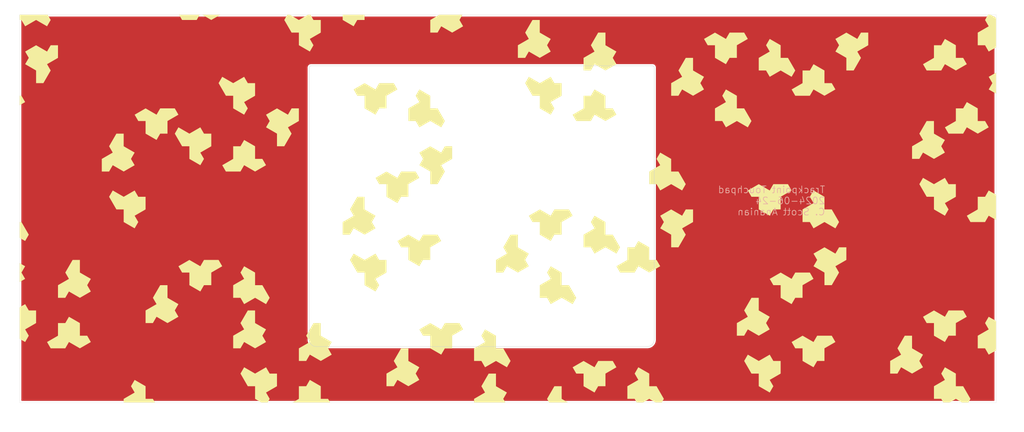
<source format=kicad_pcb>
(kicad_pcb (version 20240108) (generator "pcbnew") (generator_version "8.0")
  (layers (0 "F.Cu" signal) (31 "B.Cu" signal) (34 "B.Paste" user) (35 "F.Paste" user) (36 "B.SilkS" user "B.Silkscreen") (37 "F.SilkS" user "F.Silkscreen") (38 "B.Mask" user) (39 "F.Mask" user) (44 "Edge.Cuts" user))
  (net 0 "")
  (gr_poly (pts (xy 142.875024 182.14547) (xy 146.050012 183.978966) (xy 144.991662 185.811913) (xy 146.050012 187.64489) (xy 142.875024 189.477837) (xy 139.700006 187.64489) (xy 138.641687 189.477837) (xy 136.525018 189.477837) (xy 136.525018 185.811913) (xy 139.700006 183.978966) (xy 138.641687 182.14547) (xy 139.700006 180.312523) (xy 140.758356 178.479546) (xy 142.875024 178.479546)) (fill solid) (layer "F.SilkS"))
  (gr_poly (pts (xy 222.249994 165.64779) (xy 219.075006 167.481255) (xy 219.075006 171.147179) (xy 216.958337 171.147179) (xy 215.900018 172.980157) (xy 212.725 171.147179) (xy 212.725 167.481255) (xy 210.608331 167.481255) (xy 209.550012 165.64779) (xy 212.725 163.814812) (xy 215.900018 165.64779) (xy 216.958337 163.814812) (xy 221.191675 163.814812)) (fill solid) (layer "F.SilkS"))
  (gr_poly (pts (xy 102.658349 185.811913) (xy 104.775018 185.811913) (xy 104.775018 189.477837) (xy 101.6 191.311333) (xy 102.658349 193.14428) (xy 101.6 194.977257) (xy 99.988733 194.047082) (xy 99.988733 184.909142) (xy 101.6 183.978966)) (fill solid) (layer "F.SilkS"))
  (gr_poly (pts (xy 187.325006 193.14428) (xy 190.499994 194.977257) (xy 189.441675 196.810204) (xy 190.499994 198.6437) (xy 187.325006 200.476647) (xy 184.150018 198.6437) (xy 183.091669 200.476647) (xy 180.975 200.476647) (xy 180.975 196.810204) (xy 184.150018 194.977257) (xy 183.091669 193.14428) (xy 184.150018 191.311333) (xy 185.208337 189.477837) (xy 187.325006 189.477837)) (fill solid) (layer "F.SilkS"))
  (gr_poly (pts (xy 153.458337 134.485344) (xy 155.575006 134.485344) (xy 155.575006 138.151787) (xy 152.400018 139.984734) (xy 153.458337 141.817711) (xy 152.400018 143.650689) (xy 149.225 141.817711) (xy 149.225 138.151787) (xy 147.108331 138.151787) (xy 146.050012 136.318291) (xy 144.991662 134.485344) (xy 146.050012 132.652367) (xy 149.225 134.485344) (xy 152.400018 132.652367)) (fill solid) (layer "F.SilkS"))
  (gr_poly (pts (xy 323.85 150.983056) (xy 320.675012 152.816521) (xy 320.675012 156.482445) (xy 318.558343 156.482445) (xy 317.499994 158.315423) (xy 314.325006 156.482445) (xy 314.325006 152.816521) (xy 312.208337 152.816521) (xy 311.149988 150.983056) (xy 314.325006 149.150078) (xy 317.499994 150.983056) (xy 318.558343 149.150078) (xy 322.791681 149.150078)) (fill solid) (layer "F.SilkS"))
  (gr_poly (pts (xy 187.325006 207.809044) (xy 187.325006 211.474969) (xy 189.441675 211.474969) (xy 190.047327 212.524498) (xy 179.157556 212.524498) (xy 180.975 211.474969) (xy 180.975 207.809044) (xy 183.091669 207.809044) (xy 184.150018 205.976067)) (fill solid) (layer "F.SilkS"))
  (gr_poly (pts (xy 311.149988 106.989342) (xy 307.975 108.82232) (xy 307.975 112.488244) (xy 305.858331 112.488244) (xy 304.800012 114.321709) (xy 301.624994 112.488244) (xy 301.624994 108.82232) (xy 299.508325 108.82232) (xy 298.450006 106.989342) (xy 301.624994 105.155877) (xy 304.800012 106.989342) (xy 305.858331 105.155877) (xy 310.091669 105.155877)) (fill solid) (layer "F.SilkS"))
  (gr_poly (pts (xy 109.008356 101.489953) (xy 107.950006 103.3229) (xy 104.775018 101.489953) (xy 101.6 103.3229) (xy 100.541681 101.489953) (xy 99.988733 101.489953) (xy 99.988733 99.964959) (xy 108.127771 99.964959)) (fill solid) (layer "F.SilkS"))
  (gr_poly (pts (xy 383.148675 152.223809) (xy 383.148675 159.556176) (xy 380.999994 158.315423) (xy 379.941644 160.148888) (xy 375.708307 160.148888) (xy 374.650018 158.315423) (xy 377.825006 156.482445) (xy 377.825006 152.816521) (xy 379.941644 152.816521) (xy 380.999994 150.983056)) (fill solid) (layer "F.SilkS"))
  (gr_poly (pts (xy 172.508356 204.142602) (xy 174.624994 204.142602) (xy 174.624994 207.809044) (xy 171.450006 209.641991) (xy 172.508356 211.474969) (xy 171.902704 212.524498) (xy 170.092462 212.524498) (xy 168.275018 211.474969) (xy 168.275018 207.809044) (xy 166.15835 207.809044) (xy 165.1 205.976067) (xy 164.041681 204.142602) (xy 165.1 202.309624) (xy 168.275018 204.142602) (xy 171.450006 202.309624)) (fill solid) (layer "F.SilkS"))
  (gr_poly (pts (xy 111.125024 112.488244) (xy 107.950006 114.321709) (xy 109.008356 116.154686) (xy 107.950006 117.987633) (xy 106.891687 119.82061) (xy 104.775018 119.82061) (xy 104.775018 116.154686) (xy 101.6 114.321709) (xy 102.658349 112.488244) (xy 101.6 110.655266) (xy 104.775018 108.82232) (xy 107.950006 110.655266) (xy 109.008356 108.82232) (xy 111.125024 108.82232)) (fill solid) (layer "F.SilkS"))
  (gr_poly (pts (xy 219.075006 123.487053) (xy 219.075006 127.152977) (xy 221.191675 127.152977) (xy 222.249994 128.985924) (xy 223.308343 130.81942) (xy 222.249994 132.652367) (xy 219.075006 130.81942) (xy 215.900018 132.652367) (xy 214.841669 130.81942) (xy 212.725 130.81942) (xy 212.725 127.152977) (xy 215.900018 125.32) (xy 214.841669 123.487053) (xy 215.900018 121.654076)) (fill solid) (layer "F.SilkS"))
  (gr_poly (pts (xy 339.724969 171.147179) (xy 336.549981 172.980157) (xy 337.608331 174.813103) (xy 336.549981 176.646599) (xy 335.491693 178.479546) (xy 333.374994 178.479546) (xy 333.374994 174.813103) (xy 330.200006 172.980157) (xy 331.258325 171.147179) (xy 330.200006 169.314233) (xy 333.374994 167.481255) (xy 336.549981 169.314233) (xy 337.608331 167.481255) (xy 339.724969 167.481255)) (fill solid) (layer "F.SilkS"))
  (gr_poly (pts (xy 383.148675 188.885125) (xy 383.148675 197.402947) (xy 380.999994 198.6437) (xy 379.941644 196.810204) (xy 377.825006 196.810204) (xy 377.825006 193.14428) (xy 380.999994 191.311333) (xy 379.941644 189.477837) (xy 380.999994 187.64489)) (fill solid) (layer "F.SilkS"))
  (gr_poly (pts (xy 269.874994 123.487053) (xy 269.874994 127.152977) (xy 271.991663 127.152977) (xy 273.050012 128.985924) (xy 269.874994 130.81942) (xy 266.700006 128.985924) (xy 265.641656 130.81942) (xy 261.408349 130.81942) (xy 260.35 128.985924) (xy 263.525018 127.152977) (xy 263.525018 123.487053) (xy 265.641656 123.487053) (xy 266.700006 121.654076)) (fill solid) (layer "F.SilkS"))
  (gr_poly (pts (xy 336.549981 194.977257) (xy 333.374994 196.810204) (xy 333.374994 200.476647) (xy 331.258325 200.476647) (xy 330.200006 202.309624) (xy 327.024988 200.476647) (xy 327.024988 196.810204) (xy 324.908319 196.810204) (xy 323.85 194.977257) (xy 327.024988 193.14428) (xy 330.200006 194.977257) (xy 331.258325 193.14428) (xy 335.491693 193.14428)) (fill solid) (layer "F.SilkS"))
  (gr_poly (pts (xy 295.274988 160.148888) (xy 292.1 161.981866) (xy 293.158349 163.814812) (xy 292.1 165.64779) (xy 291.041681 167.481255) (xy 288.925012 167.481255) (xy 288.925012 163.814812) (xy 285.749994 161.981866) (xy 286.808343 160.148888) (xy 285.749994 158.315423) (xy 288.925012 156.482445) (xy 292.1 158.315423) (xy 293.158349 156.482445) (xy 295.274988 156.482445)) (fill solid) (layer "F.SilkS"))
  (gr_poly (pts (xy 383.148675 122.89431) (xy 380.999994 121.654076) (xy 382.058343 119.82061) (xy 380.999994 117.987633) (xy 383.148675 116.747399)) (fill solid) (layer "F.SilkS"))
  (gr_poly (pts (xy 204.258325 171.147179) (xy 206.374994 171.147179) (xy 206.374994 174.813103) (xy 203.200006 176.646599) (xy 204.258325 178.479546) (xy 203.200006 180.312523) (xy 200.025018 178.479546) (xy 200.025018 174.813103) (xy 197.90835 174.813103) (xy 196.85 172.980157) (xy 195.791681 171.147179) (xy 196.85 169.314233) (xy 200.025018 171.147179) (xy 203.200006 169.314233)) (fill solid) (layer "F.SilkS"))
  (gr_poly (pts (xy 365.124994 134.485344) (xy 368.299982 136.318291) (xy 367.241693 138.151787) (xy 368.299982 139.984734) (xy 365.124994 141.817711) (xy 361.950006 139.984734) (xy 360.891656 141.817711) (xy 358.775018 141.817711) (xy 358.775018 138.151787) (xy 361.950006 136.318291) (xy 360.891656 134.485344) (xy 361.950006 132.652367) (xy 363.008356 130.81942) (xy 365.124994 130.81942)) (fill solid) (layer "F.SilkS"))
  (gr_poly (pts (xy 168.275018 138.151787) (xy 168.275018 141.817711) (xy 170.391687 141.817711) (xy 171.450006 143.650689) (xy 168.275018 145.484154) (xy 165.1 143.650689) (xy 164.041681 145.484154) (xy 159.808343 145.484154) (xy 158.749994 143.650689) (xy 161.925012 141.817711) (xy 161.925012 138.151787) (xy 164.041681 138.151787) (xy 165.1 136.318291)) (fill solid) (layer "F.SilkS"))
  (gr_poly (pts (xy 101.6 161.981866) (xy 102.658349 163.814812) (xy 101.6 165.64779) (xy 99.988733 164.717614) (xy 99.988733 160.148888) (xy 100.541681 160.148888)) (fill solid) (layer "F.SilkS"))
  (gr_poly (pts (xy 369.358331 149.150078) (xy 371.474969 149.150078) (xy 371.474969 152.816521) (xy 368.299982 154.649499) (xy 369.358331 156.482445) (xy 368.299982 158.315423) (xy 365.124994 156.482445) (xy 365.124994 152.816521) (xy 363.008356 152.816521) (xy 361.950006 150.983056) (xy 360.891656 149.150078) (xy 361.950006 147.317132) (xy 365.124994 149.150078) (xy 368.299982 147.317132)) (fill solid) (layer "F.SilkS"))
  (gr_poly (pts (xy 255.058343 119.82061) (xy 257.175012 119.82061) (xy 257.175012 123.487053) (xy 253.999994 125.32) (xy 255.058343 127.152977) (xy 253.999994 128.985924) (xy 250.825006 127.152977) (xy 250.825006 123.487053) (xy 248.708337 123.487053) (xy 247.650018 121.654076) (xy 246.591669 119.82061) (xy 247.650018 117.987633) (xy 250.825006 119.82061) (xy 253.999994 117.987633)) (fill solid) (layer "F.SilkS"))
  (gr_poly (pts (xy 151.341669 101.489953) (xy 147.108331 101.489953) (xy 146.227777 99.964959) (xy 152.222253 99.964959)) (fill solid) (layer "F.SilkS"))
  (gr_poly (pts (xy 320.675012 108.82232) (xy 320.675012 112.488244) (xy 322.791681 112.488244) (xy 323.85 114.321709) (xy 324.908319 116.154686) (xy 323.85 117.987633) (xy 320.675012 116.154686) (xy 317.499994 117.987633) (xy 316.441675 116.154686) (xy 314.325006 116.154686) (xy 314.325006 112.488244) (xy 317.499994 110.655266) (xy 316.441675 108.82232) (xy 317.499994 106.989342)) (fill solid) (layer "F.SilkS"))
  (gr_poly (pts (xy 238.124994 207.809044) (xy 241.300012 209.641991) (xy 240.241663 211.474969) (xy 240.847314 212.524498) (xy 231.775018 212.524498) (xy 231.775018 211.474969) (xy 234.950006 209.641991) (xy 233.891656 207.809044) (xy 234.950006 205.976067) (xy 236.008325 204.142602) (xy 238.124994 204.142602)) (fill solid) (layer "F.SilkS"))
  (gr_poly (pts (xy 358.775018 196.810204) (xy 361.950006 198.6437) (xy 360.891656 200.476647) (xy 361.950006 202.309624) (xy 358.775018 204.142602) (xy 355.599969 202.309624) (xy 354.541681 204.142602) (xy 352.424982 204.142602) (xy 352.424982 200.476647) (xy 355.599969 198.6437) (xy 354.541681 196.810204) (xy 355.599969 194.977257) (xy 356.658319 193.14428) (xy 358.775018 193.14428)) (fill solid) (layer "F.SilkS"))
  (gr_poly (pts (xy 101.6 172.980157) (xy 100.541681 174.813103) (xy 101.6 176.646599) (xy 99.988733 177.576775) (xy 99.988733 172.049981)) (fill solid) (layer "F.SilkS"))
  (gr_poly (pts (xy 374.650018 187.64489) (xy 371.474969 189.477837) (xy 371.474969 193.14428) (xy 369.358331 193.14428) (xy 368.299982 194.977257) (xy 365.124994 193.14428) (xy 365.124994 189.477837) (xy 363.008356 189.477837) (xy 361.950006 187.64489) (xy 365.124994 185.811913) (xy 368.299982 187.64489) (xy 369.358331 185.811913) (xy 373.591669 185.811913)) (fill solid) (layer "F.SilkS"))
  (gr_poly (pts (xy 282.575006 167.481255) (xy 282.575006 171.147179) (xy 284.691675 171.147179) (xy 285.749994 172.980157) (xy 282.575006 174.813103) (xy 279.399988 172.980157) (xy 278.341668 174.813103) (xy 274.108331 174.813103) (xy 273.050012 172.980157) (xy 276.225 171.147179) (xy 276.225 167.481255) (xy 278.341668 167.481255) (xy 279.399988 165.64779)) (fill solid) (layer "F.SilkS"))
  (gr_poly (pts (xy 371.474969 204.142602) (xy 371.474969 207.809044) (xy 373.591669 207.809044) (xy 374.650018 209.641991) (xy 375.708307 211.474969) (xy 375.102655 212.524498) (xy 373.292474 212.524498) (xy 371.474969 211.474969) (xy 369.657526 212.524498) (xy 367.847284 212.524498) (xy 367.241693 211.474969) (xy 365.124994 211.474969) (xy 365.124994 207.809044) (xy 368.299982 205.976067) (xy 367.241693 204.142602) (xy 368.299982 202.309624)) (fill solid) (layer "F.SilkS"))
  (gr_poly (pts (xy 168.275018 189.477837) (xy 171.450006 191.311333) (xy 170.391687 193.14428) (xy 171.450006 194.977257) (xy 168.275018 196.810204) (xy 165.1 194.977257) (xy 164.041681 196.810204) (xy 161.925012 196.810204) (xy 161.925012 193.14428) (xy 165.1 191.311333) (xy 164.041681 189.477837) (xy 165.1 187.64489) (xy 166.15835 185.811913) (xy 168.275018 185.811913)) (fill solid) (layer "F.SilkS"))
  (gr_poly (pts (xy 101.6 125.32) (xy 99.988733 126.250176) (xy 99.988733 123.487053) (xy 100.541681 123.487053)) (fill solid) (layer "F.SilkS"))
  (gr_poly (pts (xy 346.075006 108.82232) (xy 342.900018 110.655266) (xy 343.958307 112.488244) (xy 342.900018 114.321709) (xy 341.841669 116.154686) (xy 339.724969 116.154686) (xy 339.724969 112.488244) (xy 336.549981 110.655266) (xy 337.608331 108.82232) (xy 336.549981 106.989342) (xy 339.724969 105.155877) (xy 342.900018 106.989342) (xy 343.958307 105.155877) (xy 346.075006 105.155877)) (fill solid) (layer "F.SilkS"))
  (gr_poly (pts (xy 273.050012 202.309624) (xy 269.874994 204.142602) (xy 269.874994 207.809044) (xy 267.758325 207.809044) (xy 266.700006 209.641991) (xy 263.525018 207.809044) (xy 263.525018 204.142602) (xy 261.408349 204.142602) (xy 260.35 202.309624) (xy 263.525018 200.476647) (xy 266.700006 202.309624) (xy 267.758325 200.476647) (xy 271.991663 200.476647)) (fill solid) (layer "F.SilkS"))
  (gr_poly (pts (xy 318.558343 200.476647) (xy 320.675012 200.476647) (xy 320.675012 204.142602) (xy 317.499994 205.976067) (xy 318.558343 207.809044) (xy 317.499994 209.641991) (xy 314.325006 207.809044) (xy 314.325006 204.142602) (xy 312.208337 204.142602) (xy 311.149988 202.309624) (xy 310.091669 200.476647) (xy 311.149988 198.6437) (xy 314.325006 200.476647) (xy 317.499994 198.6437)) (fill solid) (layer "F.SilkS"))
  (gr_poly (pts (xy 257.175012 211.474969) (xy 258.992456 212.524498) (xy 253.547326 212.524498) (xy 252.941675 211.474969) (xy 253.999994 209.641991) (xy 255.058343 207.809044) (xy 257.175012 207.809044)) (fill solid) (layer "F.SilkS"))
  (gr_poly (pts (xy 333.374994 152.816521) (xy 333.374994 156.482445) (xy 335.491693 156.482445) (xy 336.549981 158.315423) (xy 337.608331 160.148888) (xy 336.549981 161.981866) (xy 333.374994 160.148888) (xy 330.200006 161.981866) (xy 329.141656 160.148888) (xy 327.024988 160.148888) (xy 327.024988 156.482445) (xy 330.200006 154.649499) (xy 329.141656 152.816521) (xy 330.200006 150.983056)) (fill solid) (layer "F.SilkS"))
  (gr_poly (pts (xy 238.124994 193.14428) (xy 238.124994 196.810204) (xy 240.241663 196.810204) (xy 241.300012 198.6437) (xy 242.358331 200.476647) (xy 241.300012 202.309624) (xy 238.124994 200.476647) (xy 234.950006 202.309624) (xy 233.891656 200.476647) (xy 231.775018 200.476647) (xy 231.775018 196.810204) (xy 234.950006 194.977257) (xy 233.891656 193.14428) (xy 234.950006 191.311333)) (fill solid) (layer "F.SilkS"))
  (gr_poly (pts (xy 155.575006 101.489953) (xy 152.933313 99.964959) (xy 158.216699 99.964959)) (fill solid) (layer "F.SilkS"))
  (gr_poly (pts (xy 288.925012 141.817711) (xy 288.925012 145.484154) (xy 291.041681 145.484154) (xy 292.1 147.317132) (xy 293.158349 149.150078) (xy 292.1 150.983056) (xy 288.925012 149.150078) (xy 285.749994 150.983056) (xy 284.691675 149.150078) (xy 282.575006 149.150078) (xy 282.575006 145.484154) (xy 285.749994 143.650689) (xy 284.691675 141.817711) (xy 285.749994 139.984734)) (fill solid) (layer "F.SilkS"))
  (gr_poly (pts (xy 117.475 189.477837) (xy 117.475 193.14428) (xy 119.591669 193.14428) (xy 120.650018 194.977257) (xy 117.475 196.810204) (xy 114.300012 194.977257) (xy 113.241662 196.810204) (xy 109.008356 196.810204) (xy 107.950006 194.977257) (xy 111.125024 193.14428) (xy 111.125024 189.477837) (xy 113.241662 189.477837) (xy 114.300012 187.64489)) (fill solid) (layer "F.SilkS"))
  (gr_poly (pts (xy 269.874994 108.82232) (xy 273.050012 110.655266) (xy 271.991663 112.488244) (xy 273.050012 114.321709) (xy 269.874994 116.154686) (xy 266.700006 114.321709) (xy 265.641656 116.154686) (xy 263.525018 116.154686) (xy 263.525018 112.488244) (xy 266.700006 110.655266) (xy 265.641656 108.82232) (xy 266.700006 106.989342) (xy 267.758325 105.155877) (xy 269.874994 105.155877)) (fill solid) (layer "F.SilkS"))
  (gr_poly (pts (xy 371.474969 108.82232) (xy 371.474969 112.488244) (xy 373.591669 112.488244) (xy 374.650018 114.321709) (xy 371.474969 116.154686) (xy 368.299982 114.321709) (xy 367.241693 116.154686) (xy 363.008356 116.154686) (xy 361.950006 114.321709) (xy 365.124994 112.488244) (xy 365.124994 108.82232) (xy 367.241693 108.82232) (xy 368.299982 106.989342)) (fill solid) (layer "F.SilkS"))
  (gr_poly (pts (xy 180.975 130.81942) (xy 177.800012 132.652367) (xy 178.858331 134.485344) (xy 177.800012 136.318291) (xy 176.741662 138.151787) (xy 174.624994 138.151787) (xy 174.624994 134.485344) (xy 171.450006 132.652367) (xy 172.508356 130.81942) (xy 171.450006 128.985924) (xy 174.624994 127.152977) (xy 177.800012 128.985924) (xy 178.858331 127.152977) (xy 180.975 127.152977)) (fill solid) (layer "F.SilkS"))
  (gr_poly (pts (xy 377.825006 127.152977) (xy 377.825006 130.81942) (xy 379.941644 130.81942) (xy 380.999994 132.652367) (xy 377.825006 134.485344) (xy 374.650018 132.652367) (xy 373.591669 134.485344) (xy 369.358331 134.485344) (xy 368.299982 132.652367) (xy 371.474969 130.81942) (xy 371.474969 127.152977) (xy 373.591669 127.152977) (xy 374.650018 125.32)) (fill solid) (layer "F.SilkS"))
  (gr_poly (pts (xy 269.874994 160.148888) (xy 269.874994 163.814812) (xy 271.991663 163.814812) (xy 273.050012 165.64779) (xy 274.108331 167.481255) (xy 273.050012 169.314233) (xy 269.874994 167.481255) (xy 266.700006 169.314233) (xy 265.641656 167.481255) (xy 263.525018 167.481255) (xy 263.525018 163.814812) (xy 266.700006 161.981866) (xy 265.641656 160.148888) (xy 266.700006 158.315423)) (fill solid) (layer "F.SilkS"))
  (gr_poly (pts (xy 146.050012 128.985924) (xy 142.875024 130.81942) (xy 142.875024 134.485344) (xy 140.758356 134.485344) (xy 139.700006 136.318291) (xy 136.525018 134.485344) (xy 136.525018 130.81942) (xy 134.408349 130.81942) (xy 133.35 128.985924) (xy 136.525018 127.152977) (xy 139.700006 128.985924) (xy 140.758356 127.152977) (xy 144.991662 127.152977)) (fill solid) (layer "F.SilkS"))
  (gr_poly (pts (xy 134.408349 152.816521) (xy 136.525018 152.816521) (xy 136.525018 156.482445) (xy 133.35 158.315423) (xy 134.408349 160.148888) (xy 133.35 161.981866) (xy 130.175012 160.148888) (xy 130.175012 156.482445) (xy 128.058343 156.482445) (xy 127.000024 154.649499) (xy 125.941675 152.816521) (xy 127.000024 150.983056) (xy 130.175012 152.816521) (xy 133.35 150.983056)) (fill solid) (layer "F.SilkS"))
  (gr_poly (pts (xy 166.15835 119.82061) (xy 168.275018 119.82061) (xy 168.275018 123.487053) (xy 165.1 125.32) (xy 166.15835 127.152977) (xy 165.1 128.985924) (xy 161.925012 127.152977) (xy 161.925012 123.487053) (xy 159.808343 123.487053) (xy 158.749994 121.654076) (xy 157.691675 119.82061) (xy 158.749994 117.987633) (xy 161.925012 119.82061) (xy 165.1 117.987633)) (fill solid) (layer "F.SilkS"))
  (gr_poly (pts (xy 330.200006 176.646599) (xy 327.024988 178.479546) (xy 327.024988 182.14547) (xy 324.908319 182.14547) (xy 323.85 183.978966) (xy 320.675012 182.14547) (xy 320.675012 178.479546) (xy 318.558343 178.479546) (xy 317.499994 176.646599) (xy 320.675012 174.813103) (xy 323.85 176.646599) (xy 324.908319 174.813103) (xy 329.141656 174.813103)) (fill solid) (layer "F.SilkS"))
  (gr_poly (pts (xy 212.725 200.476647) (xy 215.900018 202.309624) (xy 214.841669 204.142602) (xy 215.900018 205.976067) (xy 212.725 207.809044) (xy 209.550012 205.976067) (xy 208.491663 207.809044) (xy 206.374994 207.809044) (xy 206.374994 204.142602) (xy 209.550012 202.309624) (xy 208.491663 200.476647) (xy 209.550012 198.6437) (xy 210.608331 196.810204) (xy 212.725 196.810204)) (fill solid) (layer "F.SilkS"))
  (gr_poly (pts (xy 200.025018 156.482445) (xy 203.200006 158.315423) (xy 202.141687 160.148888) (xy 203.200006 161.981866) (xy 200.025018 163.814812) (xy 196.85 161.981866) (xy 195.791681 163.814812) (xy 193.675012 163.814812) (xy 193.675012 160.148888) (xy 196.85 158.315423) (xy 195.791681 156.482445) (xy 196.85 154.649499) (xy 197.90835 152.816521) (xy 200.025018 152.816521)) (fill solid) (layer "F.SilkS"))
  (gr_poly (pts (xy 250.825006 105.155877) (xy 253.999994 106.989342) (xy 252.941675 108.82232) (xy 253.999994 110.655266) (xy 250.825006 112.488244) (xy 247.650018 110.655266) (xy 246.591669 112.488244) (xy 244.475 112.488244) (xy 244.475 108.82232) (xy 247.650018 106.989342) (xy 246.591669 105.155877) (xy 247.650018 103.3229) (xy 248.708337 101.489953) (xy 250.825006 101.489953)) (fill solid) (layer "F.SilkS"))
  (gr_poly (pts (xy 228.6 191.311333) (xy 225.425012 193.14428) (xy 225.425012 196.810204) (xy 223.308343 196.810204) (xy 222.249994 198.6437) (xy 219.075006 196.810204) (xy 219.075006 193.14428) (xy 216.958337 193.14428) (xy 215.900018 191.311333) (xy 219.075006 189.477837) (xy 222.249994 191.311333) (xy 223.308343 189.477837) (xy 227.541681 189.477837)) (fill solid) (layer "F.SilkS"))
  (gr_poly (pts (xy 215.900018 147.317132) (xy 212.725 149.150078) (xy 212.725 152.816521) (xy 210.608331 152.816521) (xy 209.550012 154.649499) (xy 206.374994 152.816521) (xy 206.374994 149.150078) (xy 204.258325 149.150078) (xy 203.200006 147.317132) (xy 206.374994 145.484154) (xy 209.550012 147.317132) (xy 210.608331 145.484154) (xy 214.841669 145.484154)) (fill solid) (layer "F.SilkS"))
  (gr_poly (pts (xy 244.475 167.481255) (xy 247.650018 169.314233) (xy 246.591669 171.147179) (xy 247.650018 172.980157) (xy 244.475 174.813103) (xy 241.300012 172.980157) (xy 240.241663 174.813103) (xy 238.124994 174.813103) (xy 238.124994 171.147179) (xy 241.300012 169.314233) (xy 240.241663 167.481255) (xy 241.300012 165.64779) (xy 242.358331 163.814812) (xy 244.475 163.814812)) (fill solid) (layer "F.SilkS"))
  (gr_poly (pts (xy 209.550012 121.654076) (xy 206.374994 123.487053) (xy 206.374994 127.152977) (xy 204.258325 127.152977) (xy 203.200006 128.985924) (xy 200.025018 127.152977) (xy 200.025018 123.487053) (xy 197.90835 123.487053) (xy 196.85 121.654076) (xy 200.025018 119.82061) (xy 203.200006 121.654076) (xy 204.258325 119.82061) (xy 208.491663 119.82061)) (fill solid) (layer "F.SilkS"))
  (gr_poly (pts (xy 257.175012 174.813103) (xy 257.175012 178.479546) (xy 259.291681 178.479546) (xy 260.35 180.312523) (xy 261.408349 182.14547) (xy 260.35 183.978966) (xy 257.175012 182.14547) (xy 253.999994 183.978966) (xy 252.941675 182.14547) (xy 250.825006 182.14547) (xy 250.825006 178.479546) (xy 253.999994 176.646599) (xy 252.941675 174.813103) (xy 253.999994 172.980157)) (fill solid) (layer "F.SilkS"))
  (gr_poly (pts (xy 136.525018 207.809044) (xy 136.525018 211.474969) (xy 138.641687 211.474969) (xy 139.247339 212.524498) (xy 130.175012 212.524498) (xy 130.175012 211.474969) (xy 133.35 209.641991) (xy 132.291681 207.809044) (xy 133.35 205.976067)) (fill solid) (layer "F.SilkS"))
  (gr_poly (pts (xy 130.175012 138.151787) (xy 133.35 139.984734) (xy 132.291681 141.817711) (xy 133.35 143.650689) (xy 130.175012 145.484154) (xy 127.000024 143.650689) (xy 125.941675 145.484154) (xy 123.825006 145.484154) (xy 123.825006 141.817711) (xy 127.000024 139.984734) (xy 125.941675 138.151787) (xy 127.000024 136.318291) (xy 128.058343 134.485344) (xy 130.175012 134.485344)) (fill solid) (layer "F.SilkS"))
  (gr_poly (pts (xy 295.274988 116.154686) (xy 298.450006 117.987633) (xy 297.391656 119.82061) (xy 298.450006 121.654076) (xy 295.274988 123.487053) (xy 292.1 121.654076) (xy 291.041681 123.487053) (xy 288.925012 123.487053) (xy 288.925012 119.82061) (xy 292.1 117.987633) (xy 291.041681 116.154686) (xy 292.1 114.321709) (xy 293.158349 112.488244) (xy 295.274988 112.488244)) (fill solid) (layer "F.SilkS"))
  (gr_poly (pts (xy 383.148675 100.89721) (xy 383.148675 109.415032) (xy 380.999994 110.655266) (xy 379.941644 108.82232) (xy 377.825006 108.82232) (xy 377.825006 105.155877) (xy 380.999994 103.3229) (xy 379.941644 101.489953) (xy 380.822259 99.964959) (xy 381.533319 99.964959)) (fill solid) (layer "F.SilkS"))
  (gr_poly (pts (xy 227.541681 101.489953) (xy 228.6 103.3229) (xy 225.425012 105.155877) (xy 222.249994 103.3229) (xy 221.191675 105.155877) (xy 219.075006 105.155877) (xy 219.075006 101.489953) (xy 221.716699 99.964959) (xy 228.422235 99.964959)) (fill solid) (layer "F.SilkS"))
  (gr_poly (pts (xy 282.575006 204.142602) (xy 282.575006 207.809044) (xy 284.691675 207.809044) (xy 285.749994 209.641991) (xy 286.808343 211.474969) (xy 286.202692 212.524498) (xy 284.39245 212.524498) (xy 282.575006 211.474969) (xy 280.757532 212.524498) (xy 278.94732 212.524498) (xy 278.341668 211.474969) (xy 276.225 211.474969) (xy 276.225 207.809044) (xy 279.399988 205.976067) (xy 278.341668 204.142602) (xy 279.399988 202.309624)) (fill solid) (layer "F.SilkS"))
  (gr_poly (pts (xy 333.374994 116.154686) (xy 333.374994 119.82061) (xy 335.491693 119.82061) (xy 336.549981 121.654076) (xy 333.374994 123.487053) (xy 330.200006 121.654076) (xy 329.141656 123.487053) (xy 324.908319 123.487053) (xy 323.85 121.654076) (xy 327.024988 119.82061) (xy 327.024988 116.154686) (xy 329.141656 116.154686) (xy 330.200006 114.321709)) (fill solid) (layer "F.SilkS"))
  (gr_poly (pts (xy 180.975 101.489953) (xy 183.616693 99.964959) (xy 184.327783 99.964959) (xy 185.208337 101.489953) (xy 187.325006 101.489953) (xy 187.325006 105.155877) (xy 184.150018 106.989342) (xy 185.208337 108.82232) (xy 184.150018 110.655266) (xy 180.975 108.82232) (xy 180.975 105.155877) (xy 178.858331 105.155877) (xy 177.800012 103.3229) (xy 176.741662 101.489953) (xy 177.622247 99.964959) (xy 178.333307 99.964959)) (fill solid) (layer "F.SilkS"))
  (gr_poly (pts (xy 307.975 123.487053) (xy 307.975 127.152977) (xy 310.091669 127.152977) (xy 311.149988 128.985924) (xy 312.208337 130.81942) (xy 311.149988 132.652367) (xy 307.975 130.81942) (xy 304.800012 132.652367) (xy 303.741662 130.81942) (xy 301.624994 130.81942) (xy 301.624994 127.152977) (xy 304.800012 125.32) (xy 303.741662 123.487053) (xy 304.800012 121.654076)) (fill solid) (layer "F.SilkS"))
  (gr_poly (pts (xy 168.275018 174.813103) (xy 168.275018 178.479546) (xy 170.391687 178.479546) (xy 171.450006 180.312523) (xy 172.508356 182.14547) (xy 171.450006 183.978966) (xy 168.275018 182.14547) (xy 165.1 183.978966) (xy 164.041681 182.14547) (xy 161.925012 182.14547) (xy 161.925012 178.479546) (xy 165.1 176.646599) (xy 164.041681 174.813103) (xy 165.1 172.980157)) (fill solid) (layer "F.SilkS"))
  (gr_poly (pts (xy 117.475 174.813103) (xy 120.650018 176.646599) (xy 119.591669 178.479546) (xy 120.650018 180.312523) (xy 117.475 182.14547) (xy 114.300012 180.312523) (xy 113.241662 182.14547) (xy 111.125024 182.14547) (xy 111.125024 178.479546) (xy 114.300012 176.646599) (xy 113.241662 174.813103) (xy 114.300012 172.980157) (xy 115.358331 171.147179) (xy 117.475 171.147179)) (fill solid) (layer "F.SilkS"))
  (gr_poly (pts (xy 200.025018 101.489953) (xy 197.90835 101.489953) (xy 196.85 103.3229) (xy 193.675012 101.489953) (xy 193.675012 99.964959) (xy 200.025018 99.964959)) (fill solid) (layer "F.SilkS"))
  (gr_poly (pts (xy 314.325006 185.811913) (xy 317.499994 187.64489) (xy 316.441675 189.477837) (xy 317.499994 191.311333) (xy 314.325006 193.14428) (xy 311.149988 191.311333) (xy 310.091669 193.14428) (xy 307.975 193.14428) (xy 307.975 189.477837) (xy 311.149988 187.64489) (xy 310.091669 185.811913) (xy 311.149988 183.978966) (xy 312.208337 182.14547) (xy 314.325006 182.14547)) (fill solid) (layer "F.SilkS"))
  (gr_poly (pts (xy 260.35 158.315423) (xy 257.175012 160.148888) (xy 257.175012 163.814812) (xy 255.058343 163.814812) (xy 253.999994 165.64779) (xy 250.825006 163.814812) (xy 250.825006 160.148888) (xy 248.708337 160.148888) (xy 247.650018 158.315423) (xy 250.825006 156.482445) (xy 253.999994 158.315423) (xy 255.058343 156.482445) (xy 259.291681 156.482445)) (fill solid) (layer "F.SilkS"))
  (gr_poly (pts (xy 158.749994 172.980157) (xy 155.575006 174.813103) (xy 155.575006 178.479546) (xy 153.458337 178.479546) (xy 152.400018 180.312523) (xy 149.225 178.479546) (xy 149.225 174.813103) (xy 147.108331 174.813103) (xy 146.050012 172.980157) (xy 149.225 171.147179) (xy 152.400018 172.980157) (xy 153.458337 171.147179) (xy 157.691675 171.147179)) (fill solid) (layer "F.SilkS"))
  (gr_poly (pts (xy 225.425012 141.817711) (xy 222.249994 143.650689) (xy 223.308343 145.484154) (xy 222.249994 147.317132) (xy 221.191675 149.150078) (xy 219.075006 149.150078) (xy 219.075006 145.484154) (xy 215.900018 143.650689) (xy 216.958337 141.817711) (xy 215.900018 139.984734) (xy 219.075006 138.151787) (xy 222.249994 139.984734) (xy 223.308343 138.151787) (xy 225.425012 138.151787)) (fill solid) (layer "F.SilkS"))
  (gr_line (start 100 212.56) (end 100 100) (stroke (width 0.05)) (layer "Edge.Cuts"))
  (gr_arc (start 283.5 114.8) (mid 283.853553 114.946447) (end 284 115.3) (stroke (width 0.1)) (layer "Edge.Cuts"))
  (gr_line (start 284 115.3) (end 284 194.3) (stroke (width 0.1)) (layer "Edge.Cuts"))
  (gr_arc (start 284 194.3) (mid 283.414214 195.714214) (end 282 196.3) (stroke (width 0.1)) (layer "Edge.Cuts"))
  (gr_line (start 184 194.3) (end 184 115.3) (stroke (width 0.1)) (layer "Edge.Cuts"))
  (gr_line (start 383.16 212.56) (end 383.16 100) (stroke (width 0.05)) (layer "Edge.Cuts"))
  (gr_line (start 100 100) (end 383.16 100) (stroke (width 0.05)) (layer "Edge.Cuts"))
  (gr_line (start 100 212.56) (end 383.16 212.56) (stroke (width 0.05)) (layer "Edge.Cuts"))
  (gr_arc (start 186 196.3) (mid 184.585786 195.714214) (end 184 194.3) (stroke (width 0.1)) (layer "Edge.Cuts"))
  (gr_line (start 184.5 114.8) (end 283.5 114.8) (stroke (width 0.1)) (layer "Edge.Cuts"))
  (gr_arc (start 184 115.3) (mid 184.146447 114.946447) (end 184.5 114.8) (stroke (width 0.1)) (layer "Edge.Cuts"))
  (gr_line (start 282 196.3) (end 186 196.3) (stroke (width 0.1)) (layer "Edge.Cuts"))
  (gr_text "Trackpoint Touchpad\n2024-06-24\nC. Scott Ananian" (at 333.69 158.36 -0) (layer "B.SilkS") (effects (font (size 2 2) (thickness 0.2)) (justify left bottom mirror)))
  (zone (net 0) (net_name "") (layer "F.Cu") (connect_pads (clearance 0.5)) (min_thickness 0.25) (fill yes (thermal_gap 0.5) (thermal_bridge_width 0.5) (island_removal_mode 1) (island_area_min 10))
    (polygon (pts (xy 94.6 95.69) (xy 388.9 96.85) (xy 391.24 218.19) (xy 94.31 221.11)))
  )
)
</source>
